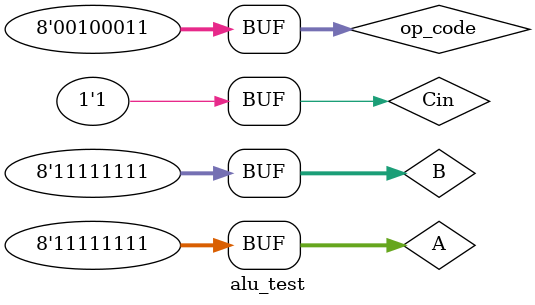
<source format=v>
`timescale 1ns / 1ps


module alu_test;

	localparam ALU_OP_AND = 8'h01;
localparam ALU_OP_OR  = 8'h02;
localparam ALU_OP_XOR = 8'h03;
localparam ALU_OP_NOT = 8'h04;

localparam ALU_OP_ASL = 8'h11;
localparam ALU_OP_ROL = 8'h12;
localparam ALU_OP_ASR = 8'h13;
localparam ALU_OP_ROR = 8'h14;

localparam ALU_OP_ADD = 8'h21;
localparam ALU_OP_INC = 8'h22;
localparam ALU_OP_SUB = 8'h23;
localparam ALU_OP_DEC = 8'h24;

localparam ALU_OP_CMP = 8'h31;

	reg [7:0] A;
	reg [7:0] B;
	reg [7:0] op_code;
	reg Cin;

	// Outputs
	wire [7:0] Y;
	wire Cout;
	//wire Z;
	//wire O;
	
	// Instantiate the Unit Under Test (UUT)
	ALU uut (
		.a(A),
		.b(B),
		.opcode(op_code),
		.carry_in(Cin),
		.y(Y),
		.carry_out(Cout)
		/*.zero(Z),
		.overflow(O)*/
	);

	initial begin
		$monitor($time, ": A=%b B=%b Cin=%b   Y=%b Cout=%b", A,B,Cin,Y,Cout);
		$display("DODAWANIA");
		#10; {Cin, A, B, op_code} = {1'b0, 8'd1, 8'd1, ALU_OP_ADD};
		#10; {Cin, A, B, op_code} = {1'b0, 8'b11111111, 8'd1, ALU_OP_ADD};
		#10; {Cin, A, B, op_code} = {1'b1, 8'b11111111, 8'b11111111, ALU_OP_ADD};
		#10; {Cin, A, B, op_code} = {1'b0, 8'b11111111, 8'b11111111, ALU_OP_ADD};
		#10; $display("ODEJMOWANIA");
		#10; {Cin, A, B, op_code} = {1'b1, 8'd25, 8'd255, ALU_OP_SUB};
		#10; {Cin, A, B, op_code} = {1'b1, 8'b11111111, 8'd1, ALU_OP_SUB};
		#10; {Cin, A, B, op_code} = {1'b1, 8'b11111111, 8'b11111111, ALU_OP_SUB};
	end
      
endmodule


</source>
